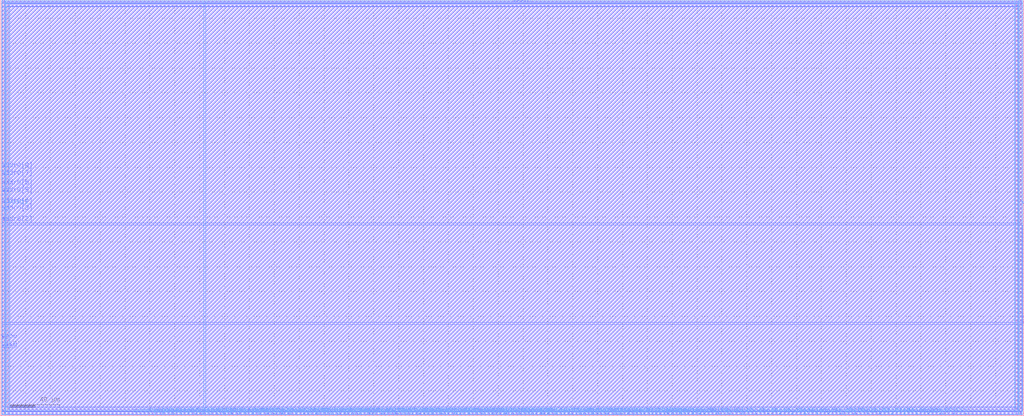
<source format=lef>
VERSION 5.4 ;
NAMESCASESENSITIVE ON ;
BUSBITCHARS "[]" ;
DIVIDERCHAR "/" ;
UNITS
  DATABASE MICRONS 2000 ;
END UNITS
MACRO sram_1rw0r0w_64_512_sky130
   CLASS BLOCK ;
   SIZE 822.5 BY 334.94 ;
   SYMMETRY X Y R90 ;
   PIN din0[0]
      DIRECTION INPUT ;
      PORT
         LAYER met4 ;
         RECT  163.88 0.0 164.26 0.38 ;
      END
   END din0[0]
   PIN din0[1]
      DIRECTION INPUT ;
      PORT
         LAYER met4 ;
         RECT  170.68 0.0 171.06 0.38 ;
      END
   END din0[1]
   PIN din0[2]
      DIRECTION INPUT ;
      PORT
         LAYER met4 ;
         RECT  176.12 0.0 176.5 0.38 ;
      END
   END din0[2]
   PIN din0[3]
      DIRECTION INPUT ;
      PORT
         LAYER met4 ;
         RECT  181.56 0.0 181.94 0.38 ;
      END
   END din0[3]
   PIN din0[4]
      DIRECTION INPUT ;
      PORT
         LAYER met4 ;
         RECT  187.68 0.0 188.06 0.38 ;
      END
   END din0[4]
   PIN din0[5]
      DIRECTION INPUT ;
      PORT
         LAYER met4 ;
         RECT  193.12 0.0 193.5 0.38 ;
      END
   END din0[5]
   PIN din0[6]
      DIRECTION INPUT ;
      PORT
         LAYER met4 ;
         RECT  199.92 0.0 200.3 0.38 ;
      END
   END din0[6]
   PIN din0[7]
      DIRECTION INPUT ;
      PORT
         LAYER met4 ;
         RECT  204.68 0.0 205.06 0.38 ;
      END
   END din0[7]
   PIN din0[8]
      DIRECTION INPUT ;
      PORT
         LAYER met4 ;
         RECT  211.48 0.0 211.86 0.38 ;
      END
   END din0[8]
   PIN din0[9]
      DIRECTION INPUT ;
      PORT
         LAYER met4 ;
         RECT  216.24 0.0 216.62 0.38 ;
      END
   END din0[9]
   PIN din0[10]
      DIRECTION INPUT ;
      PORT
         LAYER met4 ;
         RECT  223.04 0.0 223.42 0.38 ;
      END
   END din0[10]
   PIN din0[11]
      DIRECTION INPUT ;
      PORT
         LAYER met4 ;
         RECT  229.16 0.0 229.54 0.38 ;
      END
   END din0[11]
   PIN din0[12]
      DIRECTION INPUT ;
      PORT
         LAYER met4 ;
         RECT  234.6 0.0 234.98 0.38 ;
      END
   END din0[12]
   PIN din0[13]
      DIRECTION INPUT ;
      PORT
         LAYER met4 ;
         RECT  240.04 0.0 240.42 0.38 ;
      END
   END din0[13]
   PIN din0[14]
      DIRECTION INPUT ;
      PORT
         LAYER met4 ;
         RECT  246.16 0.0 246.54 0.38 ;
      END
   END din0[14]
   PIN din0[15]
      DIRECTION INPUT ;
      PORT
         LAYER met4 ;
         RECT  252.28 0.0 252.66 0.38 ;
      END
   END din0[15]
   PIN din0[16]
      DIRECTION INPUT ;
      PORT
         LAYER met4 ;
         RECT  257.72 0.0 258.1 0.38 ;
      END
   END din0[16]
   PIN din0[17]
      DIRECTION INPUT ;
      PORT
         LAYER met4 ;
         RECT  263.84 0.0 264.22 0.38 ;
      END
   END din0[17]
   PIN din0[18]
      DIRECTION INPUT ;
      PORT
         LAYER met4 ;
         RECT  269.96 0.0 270.34 0.38 ;
      END
   END din0[18]
   PIN din0[19]
      DIRECTION INPUT ;
      PORT
         LAYER met4 ;
         RECT  274.72 0.0 275.1 0.38 ;
      END
   END din0[19]
   PIN din0[20]
      DIRECTION INPUT ;
      PORT
         LAYER met4 ;
         RECT  281.52 0.0 281.9 0.38 ;
      END
   END din0[20]
   PIN din0[21]
      DIRECTION INPUT ;
      PORT
         LAYER met4 ;
         RECT  286.28 0.0 286.66 0.38 ;
      END
   END din0[21]
   PIN din0[22]
      DIRECTION INPUT ;
      PORT
         LAYER met4 ;
         RECT  293.08 0.0 293.46 0.38 ;
      END
   END din0[22]
   PIN din0[23]
      DIRECTION INPUT ;
      PORT
         LAYER met4 ;
         RECT  298.52 0.0 298.9 0.38 ;
      END
   END din0[23]
   PIN din0[24]
      DIRECTION INPUT ;
      PORT
         LAYER met4 ;
         RECT  304.64 0.0 305.02 0.38 ;
      END
   END din0[24]
   PIN din0[25]
      DIRECTION INPUT ;
      PORT
         LAYER met4 ;
         RECT  310.08 0.0 310.46 0.38 ;
      END
   END din0[25]
   PIN din0[26]
      DIRECTION INPUT ;
      PORT
         LAYER met4 ;
         RECT  316.2 0.0 316.58 0.38 ;
      END
   END din0[26]
   PIN din0[27]
      DIRECTION INPUT ;
      PORT
         LAYER met4 ;
         RECT  321.64 0.0 322.02 0.38 ;
      END
   END din0[27]
   PIN din0[28]
      DIRECTION INPUT ;
      PORT
         LAYER met4 ;
         RECT  327.76 0.0 328.14 0.38 ;
      END
   END din0[28]
   PIN din0[29]
      DIRECTION INPUT ;
      PORT
         LAYER met4 ;
         RECT  333.2 0.0 333.58 0.38 ;
      END
   END din0[29]
   PIN din0[30]
      DIRECTION INPUT ;
      PORT
         LAYER met4 ;
         RECT  340.0 0.0 340.38 0.38 ;
      END
   END din0[30]
   PIN din0[31]
      DIRECTION INPUT ;
      PORT
         LAYER met4 ;
         RECT  344.76 0.0 345.14 0.38 ;
      END
   END din0[31]
   PIN din0[32]
      DIRECTION INPUT ;
      PORT
         LAYER met4 ;
         RECT  351.56 0.0 351.94 0.38 ;
      END
   END din0[32]
   PIN din0[33]
      DIRECTION INPUT ;
      PORT
         LAYER met4 ;
         RECT  357.0 0.0 357.38 0.38 ;
      END
   END din0[33]
   PIN din0[34]
      DIRECTION INPUT ;
      PORT
         LAYER met4 ;
         RECT  362.44 0.0 362.82 0.38 ;
      END
   END din0[34]
   PIN din0[35]
      DIRECTION INPUT ;
      PORT
         LAYER met4 ;
         RECT  368.56 0.0 368.94 0.38 ;
      END
   END din0[35]
   PIN din0[36]
      DIRECTION INPUT ;
      PORT
         LAYER met4 ;
         RECT  374.68 0.0 375.06 0.38 ;
      END
   END din0[36]
   PIN din0[37]
      DIRECTION INPUT ;
      PORT
         LAYER met4 ;
         RECT  380.12 0.0 380.5 0.38 ;
      END
   END din0[37]
   PIN din0[38]
      DIRECTION INPUT ;
      PORT
         LAYER met4 ;
         RECT  386.24 0.0 386.62 0.38 ;
      END
   END din0[38]
   PIN din0[39]
      DIRECTION INPUT ;
      PORT
         LAYER met4 ;
         RECT  391.68 0.0 392.06 0.38 ;
      END
   END din0[39]
   PIN din0[40]
      DIRECTION INPUT ;
      PORT
         LAYER met4 ;
         RECT  397.8 0.0 398.18 0.38 ;
      END
   END din0[40]
   PIN din0[41]
      DIRECTION INPUT ;
      PORT
         LAYER met4 ;
         RECT  403.92 0.0 404.3 0.38 ;
      END
   END din0[41]
   PIN din0[42]
      DIRECTION INPUT ;
      PORT
         LAYER met4 ;
         RECT  410.04 0.0 410.42 0.38 ;
      END
   END din0[42]
   PIN din0[43]
      DIRECTION INPUT ;
      PORT
         LAYER met4 ;
         RECT  415.48 0.0 415.86 0.38 ;
      END
   END din0[43]
   PIN din0[44]
      DIRECTION INPUT ;
      PORT
         LAYER met4 ;
         RECT  420.92 0.0 421.3 0.38 ;
      END
   END din0[44]
   PIN din0[45]
      DIRECTION INPUT ;
      PORT
         LAYER met4 ;
         RECT  426.36 0.0 426.74 0.38 ;
      END
   END din0[45]
   PIN din0[46]
      DIRECTION INPUT ;
      PORT
         LAYER met4 ;
         RECT  432.48 0.0 432.86 0.38 ;
      END
   END din0[46]
   PIN din0[47]
      DIRECTION INPUT ;
      PORT
         LAYER met4 ;
         RECT  438.6 0.0 438.98 0.38 ;
      END
   END din0[47]
   PIN din0[48]
      DIRECTION INPUT ;
      PORT
         LAYER met4 ;
         RECT  444.04 0.0 444.42 0.38 ;
      END
   END din0[48]
   PIN din0[49]
      DIRECTION INPUT ;
      PORT
         LAYER met4 ;
         RECT  450.16 0.0 450.54 0.38 ;
      END
   END din0[49]
   PIN din0[50]
      DIRECTION INPUT ;
      PORT
         LAYER met4 ;
         RECT  455.6 0.0 455.98 0.38 ;
      END
   END din0[50]
   PIN din0[51]
      DIRECTION INPUT ;
      PORT
         LAYER met4 ;
         RECT  461.72 0.0 462.1 0.38 ;
      END
   END din0[51]
   PIN din0[52]
      DIRECTION INPUT ;
      PORT
         LAYER met4 ;
         RECT  468.52 0.0 468.9 0.38 ;
      END
   END din0[52]
   PIN din0[53]
      DIRECTION INPUT ;
      PORT
         LAYER met4 ;
         RECT  473.28 0.0 473.66 0.38 ;
      END
   END din0[53]
   PIN din0[54]
      DIRECTION INPUT ;
      PORT
         LAYER met4 ;
         RECT  479.4 0.0 479.78 0.38 ;
      END
   END din0[54]
   PIN din0[55]
      DIRECTION INPUT ;
      PORT
         LAYER met4 ;
         RECT  484.84 0.0 485.22 0.38 ;
      END
   END din0[55]
   PIN din0[56]
      DIRECTION INPUT ;
      PORT
         LAYER met4 ;
         RECT  490.96 0.0 491.34 0.38 ;
      END
   END din0[56]
   PIN din0[57]
      DIRECTION INPUT ;
      PORT
         LAYER met4 ;
         RECT  497.08 0.0 497.46 0.38 ;
      END
   END din0[57]
   PIN din0[58]
      DIRECTION INPUT ;
      PORT
         LAYER met4 ;
         RECT  502.52 0.0 502.9 0.38 ;
      END
   END din0[58]
   PIN din0[59]
      DIRECTION INPUT ;
      PORT
         LAYER met4 ;
         RECT  509.32 0.0 509.7 0.38 ;
      END
   END din0[59]
   PIN din0[60]
      DIRECTION INPUT ;
      PORT
         LAYER met4 ;
         RECT  514.76 0.0 515.14 0.38 ;
      END
   END din0[60]
   PIN din0[61]
      DIRECTION INPUT ;
      PORT
         LAYER met4 ;
         RECT  520.88 0.0 521.26 0.38 ;
      END
   END din0[61]
   PIN din0[62]
      DIRECTION INPUT ;
      PORT
         LAYER met4 ;
         RECT  526.32 0.0 526.7 0.38 ;
      END
   END din0[62]
   PIN din0[63]
      DIRECTION INPUT ;
      PORT
         LAYER met4 ;
         RECT  532.44 0.0 532.82 0.38 ;
      END
   END din0[63]
   PIN din0[64]
      DIRECTION INPUT ;
      PORT
         LAYER met4 ;
         RECT  537.88 0.0 538.26 0.38 ;
      END
   END din0[64]
   PIN addr0[0]
      DIRECTION INPUT ;
      PORT
         LAYER met4 ;
         RECT  106.08 0.0 106.46 0.38 ;
      END
   END addr0[0]
   PIN addr0[1]
      DIRECTION INPUT ;
      PORT
         LAYER met4 ;
         RECT  112.2 0.0 112.58 0.38 ;
      END
   END addr0[1]
   PIN addr0[2]
      DIRECTION INPUT ;
      PORT
         LAYER met3 ;
         RECT  0.0 154.36 0.38 154.74 ;
      END
   END addr0[2]
   PIN addr0[3]
      DIRECTION INPUT ;
      PORT
         LAYER met3 ;
         RECT  0.0 163.2 0.38 163.58 ;
      END
   END addr0[3]
   PIN addr0[4]
      DIRECTION INPUT ;
      PORT
         LAYER met3 ;
         RECT  0.0 168.64 0.38 169.02 ;
      END
   END addr0[4]
   PIN addr0[5]
      DIRECTION INPUT ;
      PORT
         LAYER met3 ;
         RECT  0.0 177.48 0.38 177.86 ;
      END
   END addr0[5]
   PIN addr0[6]
      DIRECTION INPUT ;
      PORT
         LAYER met3 ;
         RECT  0.0 183.6 0.38 183.98 ;
      END
   END addr0[6]
   PIN addr0[7]
      DIRECTION INPUT ;
      PORT
         LAYER met3 ;
         RECT  0.0 191.08 0.38 191.46 ;
      END
   END addr0[7]
   PIN addr0[8]
      DIRECTION INPUT ;
      PORT
         LAYER met3 ;
         RECT  0.0 197.2 0.38 197.58 ;
      END
   END addr0[8]
   PIN csb0
      DIRECTION INPUT ;
      PORT
         LAYER met3 ;
         RECT  0.0 51.68 0.38 52.06 ;
      END
   END csb0
   PIN web0
      DIRECTION INPUT ;
      PORT
         LAYER met3 ;
         RECT  0.0 59.84 0.38 60.22 ;
      END
   END web0
   PIN clk0
      DIRECTION INPUT ;
      PORT
         LAYER met3 ;
         RECT  0.0 53.72 0.38 54.1 ;
      END
   END clk0
   PIN wmask0[0]
      DIRECTION INPUT ;
      PORT
         LAYER met4 ;
         RECT  117.64 0.0 118.02 0.38 ;
      END
   END wmask0[0]
   PIN wmask0[1]
      DIRECTION INPUT ;
      PORT
         LAYER met4 ;
         RECT  123.76 0.0 124.14 0.38 ;
      END
   END wmask0[1]
   PIN wmask0[2]
      DIRECTION INPUT ;
      PORT
         LAYER met4 ;
         RECT  129.88 0.0 130.26 0.38 ;
      END
   END wmask0[2]
   PIN wmask0[3]
      DIRECTION INPUT ;
      PORT
         LAYER met4 ;
         RECT  134.64 0.0 135.02 0.38 ;
      END
   END wmask0[3]
   PIN wmask0[4]
      DIRECTION INPUT ;
      PORT
         LAYER met4 ;
         RECT  141.44 0.0 141.82 0.38 ;
      END
   END wmask0[4]
   PIN wmask0[5]
      DIRECTION INPUT ;
      PORT
         LAYER met4 ;
         RECT  146.2 0.0 146.58 0.38 ;
      END
   END wmask0[5]
   PIN wmask0[6]
      DIRECTION INPUT ;
      PORT
         LAYER met4 ;
         RECT  153.0 0.0 153.38 0.38 ;
      END
   END wmask0[6]
   PIN wmask0[7]
      DIRECTION INPUT ;
      PORT
         LAYER met4 ;
         RECT  157.76 0.0 158.14 0.38 ;
      END
   END wmask0[7]
   PIN spare_wen0[0]
      DIRECTION INPUT ;
      PORT
         LAYER met4 ;
         RECT  543.32 0.0 543.7 0.38 ;
      END
   END spare_wen0[0]
   PIN dout0[0]
      DIRECTION OUTPUT ;
      PORT
         LAYER met4 ;
         RECT  167.28 0.0 167.66 0.38 ;
      END
   END dout0[0]
   PIN dout0[1]
      DIRECTION OUTPUT ;
      PORT
         LAYER met4 ;
         RECT  178.84 0.0 179.22 0.38 ;
      END
   END dout0[1]
   PIN dout0[2]
      DIRECTION OUTPUT ;
      PORT
         LAYER met4 ;
         RECT  189.04 0.0 189.42 0.38 ;
      END
   END dout0[2]
   PIN dout0[3]
      DIRECTION OUTPUT ;
      PORT
         LAYER met4 ;
         RECT  199.24 0.0 199.62 0.38 ;
      END
   END dout0[3]
   PIN dout0[4]
      DIRECTION OUTPUT ;
      PORT
         LAYER met4 ;
         RECT  208.76 0.0 209.14 0.38 ;
      END
   END dout0[4]
   PIN dout0[5]
      DIRECTION OUTPUT ;
      PORT
         LAYER met4 ;
         RECT  218.96 0.0 219.34 0.38 ;
      END
   END dout0[5]
   PIN dout0[6]
      DIRECTION OUTPUT ;
      PORT
         LAYER met4 ;
         RECT  228.48 0.0 228.86 0.38 ;
      END
   END dout0[6]
   PIN dout0[7]
      DIRECTION OUTPUT ;
      PORT
         LAYER met4 ;
         RECT  238.0 0.0 238.38 0.38 ;
      END
   END dout0[7]
   PIN dout0[8]
      DIRECTION OUTPUT ;
      PORT
         LAYER met4 ;
         RECT  247.52 0.0 247.9 0.38 ;
      END
   END dout0[8]
   PIN dout0[9]
      DIRECTION OUTPUT ;
      PORT
         LAYER met4 ;
         RECT  259.08 0.0 259.46 0.38 ;
      END
   END dout0[9]
   PIN dout0[10]
      DIRECTION OUTPUT ;
      PORT
         LAYER met4 ;
         RECT  269.28 0.0 269.66 0.38 ;
      END
   END dout0[10]
   PIN dout0[11]
      DIRECTION OUTPUT ;
      PORT
         LAYER met4 ;
         RECT  278.8 0.0 279.18 0.38 ;
      END
   END dout0[11]
   PIN dout0[12]
      DIRECTION OUTPUT ;
      PORT
         LAYER met4 ;
         RECT  289.0 0.0 289.38 0.38 ;
      END
   END dout0[12]
   PIN dout0[13]
      DIRECTION OUTPUT ;
      PORT
         LAYER met4 ;
         RECT  299.2 0.0 299.58 0.38 ;
      END
   END dout0[13]
   PIN dout0[14]
      DIRECTION OUTPUT ;
      PORT
         LAYER met4 ;
         RECT  308.04 0.0 308.42 0.38 ;
      END
   END dout0[14]
   PIN dout0[15]
      DIRECTION OUTPUT ;
      PORT
         LAYER met4 ;
         RECT  318.92 0.0 319.3 0.38 ;
      END
   END dout0[15]
   PIN dout0[16]
      DIRECTION OUTPUT ;
      PORT
         LAYER met4 ;
         RECT  325.72 0.0 326.1 0.38 ;
      END
   END dout0[16]
   PIN dout0[17]
      DIRECTION OUTPUT ;
      PORT
         LAYER met4 ;
         RECT  337.28 0.0 337.66 0.38 ;
      END
   END dout0[17]
   PIN dout0[18]
      DIRECTION OUTPUT ;
      PORT
         LAYER met4 ;
         RECT  348.84 0.0 349.22 0.38 ;
      END
   END dout0[18]
   PIN dout0[19]
      DIRECTION OUTPUT ;
      PORT
         LAYER met4 ;
         RECT  359.04 0.0 359.42 0.38 ;
      END
   END dout0[19]
   PIN dout0[20]
      DIRECTION OUTPUT ;
      PORT
         LAYER met4 ;
         RECT  369.24 0.0 369.62 0.38 ;
      END
   END dout0[20]
   PIN dout0[21]
      DIRECTION OUTPUT ;
      PORT
         LAYER met4 ;
         RECT  378.08 0.0 378.46 0.38 ;
      END
   END dout0[21]
   PIN dout0[22]
      DIRECTION OUTPUT ;
      PORT
         LAYER met4 ;
         RECT  388.96 0.0 389.34 0.38 ;
      END
   END dout0[22]
   PIN dout0[23]
      DIRECTION OUTPUT ;
      PORT
         LAYER met4 ;
         RECT  399.16 0.0 399.54 0.38 ;
      END
   END dout0[23]
   PIN dout0[24]
      DIRECTION OUTPUT ;
      PORT
         LAYER met4 ;
         RECT  407.32 0.0 407.7 0.38 ;
      END
   END dout0[24]
   PIN dout0[25]
      DIRECTION OUTPUT ;
      PORT
         LAYER met4 ;
         RECT  418.88 0.0 419.26 0.38 ;
      END
   END dout0[25]
   PIN dout0[26]
      DIRECTION OUTPUT ;
      PORT
         LAYER met4 ;
         RECT  429.08 0.0 429.46 0.38 ;
      END
   END dout0[26]
   PIN dout0[27]
      DIRECTION OUTPUT ;
      PORT
         LAYER met4 ;
         RECT  439.28 0.0 439.66 0.38 ;
      END
   END dout0[27]
   PIN dout0[28]
      DIRECTION OUTPUT ;
      PORT
         LAYER met4 ;
         RECT  448.12 0.0 448.5 0.38 ;
      END
   END dout0[28]
   PIN dout0[29]
      DIRECTION OUTPUT ;
      PORT
         LAYER met4 ;
         RECT  459.0 0.0 459.38 0.38 ;
      END
   END dout0[29]
   PIN dout0[30]
      DIRECTION OUTPUT ;
      PORT
         LAYER met4 ;
         RECT  469.2 0.0 469.58 0.38 ;
      END
   END dout0[30]
   PIN dout0[31]
      DIRECTION OUTPUT ;
      PORT
         LAYER met4 ;
         RECT  477.36 0.0 477.74 0.38 ;
      END
   END dout0[31]
   PIN dout0[32]
      DIRECTION OUTPUT ;
      PORT
         LAYER met4 ;
         RECT  487.56 0.0 487.94 0.38 ;
      END
   END dout0[32]
   PIN dout0[33]
      DIRECTION OUTPUT ;
      PORT
         LAYER met4 ;
         RECT  499.12 0.0 499.5 0.38 ;
      END
   END dout0[33]
   PIN dout0[34]
      DIRECTION OUTPUT ;
      PORT
         LAYER met4 ;
         RECT  508.64 0.0 509.02 0.38 ;
      END
   END dout0[34]
   PIN dout0[35]
      DIRECTION OUTPUT ;
      PORT
         LAYER met4 ;
         RECT  518.16 0.0 518.54 0.38 ;
      END
   END dout0[35]
   PIN dout0[36]
      DIRECTION OUTPUT ;
      PORT
         LAYER met4 ;
         RECT  529.04 0.0 529.42 0.38 ;
      END
   END dout0[36]
   PIN dout0[37]
      DIRECTION OUTPUT ;
      PORT
         LAYER met4 ;
         RECT  538.56 0.0 538.94 0.38 ;
      END
   END dout0[37]
   PIN dout0[38]
      DIRECTION OUTPUT ;
      PORT
         LAYER met4 ;
         RECT  547.4 0.0 547.78 0.38 ;
      END
   END dout0[38]
   PIN dout0[39]
      DIRECTION OUTPUT ;
      PORT
         LAYER met4 ;
         RECT  558.96 0.0 559.34 0.38 ;
      END
   END dout0[39]
   PIN dout0[40]
      DIRECTION OUTPUT ;
      PORT
         LAYER met4 ;
         RECT  567.8 0.0 568.18 0.38 ;
      END
   END dout0[40]
   PIN dout0[41]
      DIRECTION OUTPUT ;
      PORT
         LAYER met4 ;
         RECT  578.68 0.0 579.06 0.38 ;
      END
   END dout0[41]
   PIN dout0[42]
      DIRECTION OUTPUT ;
      PORT
         LAYER met4 ;
         RECT  588.88 0.0 589.26 0.38 ;
      END
   END dout0[42]
   PIN dout0[43]
      DIRECTION OUTPUT ;
      PORT
         LAYER met4 ;
         RECT  599.08 0.0 599.46 0.38 ;
      END
   END dout0[43]
   PIN dout0[44]
      DIRECTION OUTPUT ;
      PORT
         LAYER met4 ;
         RECT  608.6 0.0 608.98 0.38 ;
      END
   END dout0[44]
   PIN dout0[45]
      DIRECTION OUTPUT ;
      PORT
         LAYER met4 ;
         RECT  618.8 0.0 619.18 0.38 ;
      END
   END dout0[45]
   PIN dout0[46]
      DIRECTION OUTPUT ;
      PORT
         LAYER met4 ;
         RECT  629.0 0.0 629.38 0.38 ;
      END
   END dout0[46]
   PIN dout0[47]
      DIRECTION OUTPUT ;
      PORT
         LAYER met4 ;
         RECT  638.52 0.0 638.9 0.38 ;
      END
   END dout0[47]
   PIN dout0[48]
      DIRECTION OUTPUT ;
      PORT
         LAYER met4 ;
         RECT  647.36 0.0 647.74 0.38 ;
      END
   END dout0[48]
   PIN dout0[49]
      DIRECTION OUTPUT ;
      PORT
         LAYER met4 ;
         RECT  658.92 0.0 659.3 0.38 ;
      END
   END dout0[49]
   PIN dout0[50]
      DIRECTION OUTPUT ;
      PORT
         LAYER met4 ;
         RECT  669.12 0.0 669.5 0.38 ;
      END
   END dout0[50]
   PIN dout0[51]
      DIRECTION OUTPUT ;
      PORT
         LAYER met4 ;
         RECT  678.64 0.0 679.02 0.38 ;
      END
   END dout0[51]
   PIN dout0[52]
      DIRECTION OUTPUT ;
      PORT
         LAYER met4 ;
         RECT  688.84 0.0 689.22 0.38 ;
      END
   END dout0[52]
   PIN dout0[53]
      DIRECTION OUTPUT ;
      PORT
         LAYER met4 ;
         RECT  699.04 0.0 699.42 0.38 ;
      END
   END dout0[53]
   PIN dout0[54]
      DIRECTION OUTPUT ;
      PORT
         LAYER met4 ;
         RECT  708.56 0.0 708.94 0.38 ;
      END
   END dout0[54]
   PIN dout0[55]
      DIRECTION OUTPUT ;
      PORT
         LAYER met4 ;
         RECT  718.76 0.0 719.14 0.38 ;
      END
   END dout0[55]
   PIN dout0[56]
      DIRECTION OUTPUT ;
      PORT
         LAYER met4 ;
         RECT  727.6 0.0 727.98 0.38 ;
      END
   END dout0[56]
   PIN dout0[57]
      DIRECTION OUTPUT ;
      PORT
         LAYER met4 ;
         RECT  739.16 0.0 739.54 0.38 ;
      END
   END dout0[57]
   PIN dout0[58]
      DIRECTION OUTPUT ;
      PORT
         LAYER met4 ;
         RECT  748.68 0.0 749.06 0.38 ;
      END
   END dout0[58]
   PIN dout0[59]
      DIRECTION OUTPUT ;
      PORT
         LAYER met3 ;
         RECT  822.12 74.12 822.5 74.5 ;
      END
   END dout0[59]
   PIN dout0[60]
      DIRECTION OUTPUT ;
      PORT
         LAYER met3 ;
         RECT  822.12 80.24 822.5 80.62 ;
      END
   END dout0[60]
   PIN dout0[61]
      DIRECTION OUTPUT ;
      PORT
         LAYER met3 ;
         RECT  822.12 79.56 822.5 79.94 ;
      END
   END dout0[61]
   PIN dout0[62]
      DIRECTION OUTPUT ;
      PORT
         LAYER met3 ;
         RECT  822.12 74.8 822.5 75.18 ;
      END
   END dout0[62]
   PIN dout0[63]
      DIRECTION OUTPUT ;
      PORT
         LAYER met3 ;
         RECT  822.12 75.48 822.5 75.86 ;
      END
   END dout0[63]
   PIN dout0[64]
      DIRECTION OUTPUT ;
      PORT
         LAYER met3 ;
         RECT  822.12 76.84 822.5 77.22 ;
      END
   END dout0[64]
   PIN vccd1
      DIRECTION INOUT ;
      USE POWER ; 
      SHAPE ABUTMENT ; 
      PORT
         LAYER met4 ;
         RECT  1.36 1.36 3.1 334.94 ;
         LAYER met3 ;
         RECT  1.36 1.36 821.14 3.1 ;
         LAYER met4 ;
         RECT  819.4 1.36 821.14 334.94 ;
         LAYER met3 ;
         RECT  1.36 333.2 821.14 334.94 ;
      END
   END vccd1
   PIN vssd1
      DIRECTION INOUT ;
      USE GROUND ; 
      SHAPE ABUTMENT ; 
      PORT
         LAYER met3 ;
         RECT  4.76 4.76 817.74 6.5 ;
         LAYER met3 ;
         RECT  4.76 329.8 817.74 331.54 ;
         LAYER met4 ;
         RECT  816.0 4.76 817.74 331.54 ;
         LAYER met4 ;
         RECT  4.76 4.76 6.5 331.54 ;
      END
   END vssd1
   OBS
   LAYER  met1 ;
      RECT  0.62 0.62 821.88 334.32 ;
   LAYER  met2 ;
      RECT  0.62 0.62 821.88 334.32 ;
   LAYER  met3 ;
      RECT  0.98 153.76 821.88 155.34 ;
      RECT  0.62 155.34 0.98 162.6 ;
      RECT  0.62 164.18 0.98 168.04 ;
      RECT  0.62 169.62 0.98 176.88 ;
      RECT  0.62 178.46 0.98 183.0 ;
      RECT  0.62 184.58 0.98 190.48 ;
      RECT  0.62 192.06 0.98 196.6 ;
      RECT  0.62 60.82 0.98 153.76 ;
      RECT  0.62 52.66 0.98 53.12 ;
      RECT  0.62 54.7 0.98 59.24 ;
      RECT  0.98 73.52 821.52 75.1 ;
      RECT  0.98 75.1 821.52 153.76 ;
      RECT  821.52 81.22 821.88 153.76 ;
      RECT  821.52 77.82 821.88 78.96 ;
      RECT  0.62 0.62 0.76 0.76 ;
      RECT  0.62 0.76 0.76 3.7 ;
      RECT  0.62 3.7 0.76 51.08 ;
      RECT  0.76 0.62 0.98 0.76 ;
      RECT  0.76 3.7 0.98 51.08 ;
      RECT  0.98 0.62 821.52 0.76 ;
      RECT  821.52 0.62 821.74 0.76 ;
      RECT  821.52 3.7 821.74 73.52 ;
      RECT  821.74 0.62 821.88 0.76 ;
      RECT  821.74 0.76 821.88 3.7 ;
      RECT  821.74 3.7 821.88 73.52 ;
      RECT  821.74 155.34 821.88 332.6 ;
      RECT  821.74 332.6 821.88 334.32 ;
      RECT  0.62 198.18 0.76 332.6 ;
      RECT  0.62 332.6 0.76 334.32 ;
      RECT  0.76 198.18 0.98 332.6 ;
      RECT  0.98 3.7 4.16 4.16 ;
      RECT  0.98 4.16 4.16 7.1 ;
      RECT  0.98 7.1 4.16 73.52 ;
      RECT  4.16 3.7 818.34 4.16 ;
      RECT  4.16 7.1 818.34 73.52 ;
      RECT  818.34 3.7 821.52 4.16 ;
      RECT  818.34 4.16 821.52 7.1 ;
      RECT  818.34 7.1 821.52 73.52 ;
      RECT  0.98 155.34 4.16 329.2 ;
      RECT  0.98 329.2 4.16 332.14 ;
      RECT  0.98 332.14 4.16 332.6 ;
      RECT  4.16 155.34 818.34 329.2 ;
      RECT  4.16 332.14 818.34 332.6 ;
      RECT  818.34 155.34 821.74 329.2 ;
      RECT  818.34 329.2 821.74 332.14 ;
      RECT  818.34 332.14 821.74 332.6 ;
   LAYER  met4 ;
      RECT  163.28 0.98 164.86 334.32 ;
      RECT  171.66 0.62 175.52 0.98 ;
      RECT  182.54 0.62 187.08 0.98 ;
      RECT  200.9 0.62 204.08 0.98 ;
      RECT  212.46 0.62 215.64 0.98 ;
      RECT  230.14 0.62 234.0 0.98 ;
      RECT  241.02 0.62 245.56 0.98 ;
      RECT  253.26 0.62 257.12 0.98 ;
      RECT  270.94 0.62 274.12 0.98 ;
      RECT  282.5 0.62 285.68 0.98 ;
      RECT  294.06 0.62 297.92 0.98 ;
      RECT  311.06 0.62 315.6 0.98 ;
      RECT  328.74 0.62 332.6 0.98 ;
      RECT  340.98 0.62 344.16 0.98 ;
      RECT  352.54 0.62 356.4 0.98 ;
      RECT  363.42 0.62 367.96 0.98 ;
      RECT  381.1 0.62 385.64 0.98 ;
      RECT  392.66 0.62 397.2 0.98 ;
      RECT  411.02 0.62 414.88 0.98 ;
      RECT  421.9 0.62 425.76 0.98 ;
      RECT  433.46 0.62 438.0 0.98 ;
      RECT  451.14 0.62 455.0 0.98 ;
      RECT  462.7 0.62 467.92 0.98 ;
      RECT  480.38 0.62 484.24 0.98 ;
      RECT  491.94 0.62 496.48 0.98 ;
      RECT  510.3 0.62 514.16 0.98 ;
      RECT  521.86 0.62 525.72 0.98 ;
      RECT  533.42 0.62 537.28 0.98 ;
      RECT  107.06 0.62 111.6 0.98 ;
      RECT  113.18 0.62 117.04 0.98 ;
      RECT  118.62 0.62 123.16 0.98 ;
      RECT  124.74 0.62 129.28 0.98 ;
      RECT  130.86 0.62 134.04 0.98 ;
      RECT  135.62 0.62 140.84 0.98 ;
      RECT  142.42 0.62 145.6 0.98 ;
      RECT  147.18 0.62 152.4 0.98 ;
      RECT  153.98 0.62 157.16 0.98 ;
      RECT  158.74 0.62 163.28 0.98 ;
      RECT  164.86 0.62 166.68 0.98 ;
      RECT  168.26 0.62 170.08 0.98 ;
      RECT  177.1 0.62 178.24 0.98 ;
      RECT  179.82 0.62 180.96 0.98 ;
      RECT  190.02 0.62 192.52 0.98 ;
      RECT  194.1 0.62 198.64 0.98 ;
      RECT  205.66 0.62 208.16 0.98 ;
      RECT  209.74 0.62 210.88 0.98 ;
      RECT  217.22 0.62 218.36 0.98 ;
      RECT  219.94 0.62 222.44 0.98 ;
      RECT  224.02 0.62 227.88 0.98 ;
      RECT  235.58 0.62 237.4 0.98 ;
      RECT  238.98 0.62 239.44 0.98 ;
      RECT  248.5 0.62 251.68 0.98 ;
      RECT  260.06 0.62 263.24 0.98 ;
      RECT  264.82 0.62 268.68 0.98 ;
      RECT  275.7 0.62 278.2 0.98 ;
      RECT  279.78 0.62 280.92 0.98 ;
      RECT  287.26 0.62 288.4 0.98 ;
      RECT  289.98 0.62 292.48 0.98 ;
      RECT  300.18 0.62 304.04 0.98 ;
      RECT  305.62 0.62 307.44 0.98 ;
      RECT  309.02 0.62 309.48 0.98 ;
      RECT  317.18 0.62 318.32 0.98 ;
      RECT  319.9 0.62 321.04 0.98 ;
      RECT  322.62 0.62 325.12 0.98 ;
      RECT  326.7 0.62 327.16 0.98 ;
      RECT  334.18 0.62 336.68 0.98 ;
      RECT  338.26 0.62 339.4 0.98 ;
      RECT  345.74 0.62 348.24 0.98 ;
      RECT  349.82 0.62 350.96 0.98 ;
      RECT  357.98 0.62 358.44 0.98 ;
      RECT  360.02 0.62 361.84 0.98 ;
      RECT  370.22 0.62 374.08 0.98 ;
      RECT  375.66 0.62 377.48 0.98 ;
      RECT  379.06 0.62 379.52 0.98 ;
      RECT  387.22 0.62 388.36 0.98 ;
      RECT  389.94 0.62 391.08 0.98 ;
      RECT  400.14 0.62 403.32 0.98 ;
      RECT  404.9 0.62 406.72 0.98 ;
      RECT  408.3 0.62 409.44 0.98 ;
      RECT  416.46 0.62 418.28 0.98 ;
      RECT  419.86 0.62 420.32 0.98 ;
      RECT  427.34 0.62 428.48 0.98 ;
      RECT  430.06 0.62 431.88 0.98 ;
      RECT  440.26 0.62 443.44 0.98 ;
      RECT  445.02 0.62 447.52 0.98 ;
      RECT  449.1 0.62 449.56 0.98 ;
      RECT  456.58 0.62 458.4 0.98 ;
      RECT  459.98 0.62 461.12 0.98 ;
      RECT  470.18 0.62 472.68 0.98 ;
      RECT  474.26 0.62 476.76 0.98 ;
      RECT  478.34 0.62 478.8 0.98 ;
      RECT  485.82 0.62 486.96 0.98 ;
      RECT  488.54 0.62 490.36 0.98 ;
      RECT  498.06 0.62 498.52 0.98 ;
      RECT  500.1 0.62 501.92 0.98 ;
      RECT  503.5 0.62 508.04 0.98 ;
      RECT  515.74 0.62 517.56 0.98 ;
      RECT  519.14 0.62 520.28 0.98 ;
      RECT  527.3 0.62 528.44 0.98 ;
      RECT  530.02 0.62 531.84 0.98 ;
      RECT  539.54 0.62 542.72 0.98 ;
      RECT  544.3 0.62 546.8 0.98 ;
      RECT  548.38 0.62 558.36 0.98 ;
      RECT  559.94 0.62 567.2 0.98 ;
      RECT  568.78 0.62 578.08 0.98 ;
      RECT  579.66 0.62 588.28 0.98 ;
      RECT  589.86 0.62 598.48 0.98 ;
      RECT  600.06 0.62 608.0 0.98 ;
      RECT  609.58 0.62 618.2 0.98 ;
      RECT  619.78 0.62 628.4 0.98 ;
      RECT  629.98 0.62 637.92 0.98 ;
      RECT  639.5 0.62 646.76 0.98 ;
      RECT  648.34 0.62 658.32 0.98 ;
      RECT  659.9 0.62 668.52 0.98 ;
      RECT  670.1 0.62 678.04 0.98 ;
      RECT  679.62 0.62 688.24 0.98 ;
      RECT  689.82 0.62 698.44 0.98 ;
      RECT  700.02 0.62 707.96 0.98 ;
      RECT  709.54 0.62 718.16 0.98 ;
      RECT  719.74 0.62 727.0 0.98 ;
      RECT  728.58 0.62 738.56 0.98 ;
      RECT  740.14 0.62 748.08 0.98 ;
      RECT  0.62 0.98 0.76 334.32 ;
      RECT  0.62 0.62 0.76 0.76 ;
      RECT  0.62 0.76 0.76 0.98 ;
      RECT  0.76 0.62 3.7 0.76 ;
      RECT  3.7 0.62 105.48 0.76 ;
      RECT  3.7 0.76 105.48 0.98 ;
      RECT  821.74 0.98 821.88 334.32 ;
      RECT  749.66 0.62 818.8 0.76 ;
      RECT  749.66 0.76 818.8 0.98 ;
      RECT  818.8 0.62 821.74 0.76 ;
      RECT  821.74 0.62 821.88 0.76 ;
      RECT  821.74 0.76 821.88 0.98 ;
      RECT  164.86 0.98 815.4 4.16 ;
      RECT  164.86 4.16 815.4 332.14 ;
      RECT  164.86 332.14 815.4 334.32 ;
      RECT  815.4 0.98 818.34 4.16 ;
      RECT  815.4 332.14 818.34 334.32 ;
      RECT  818.34 0.98 818.8 4.16 ;
      RECT  818.34 4.16 818.8 332.14 ;
      RECT  818.34 332.14 818.8 334.32 ;
      RECT  3.7 0.98 4.16 4.16 ;
      RECT  3.7 4.16 4.16 332.14 ;
      RECT  3.7 332.14 4.16 334.32 ;
      RECT  4.16 0.98 7.1 4.16 ;
      RECT  4.16 332.14 7.1 334.32 ;
      RECT  7.1 0.98 163.28 4.16 ;
      RECT  7.1 4.16 163.28 332.14 ;
      RECT  7.1 332.14 163.28 334.32 ;
   END
END    sram_1rw0r0w_64_512_sky130
END    LIBRARY

</source>
